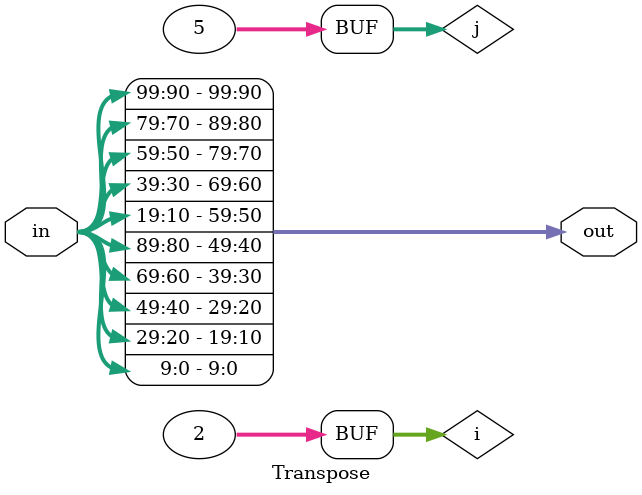
<source format=v>
`timescale 1ns / 1ps

module Transpose#(parameter N=10,size=10,GS=2)(
        input [N*size-1:0] in,
        output reg [N*size-1:0] out
    );
    integer i,j;
    always@(in)
    begin
    for (i=0;i<GS;i=i+1) begin
        for(j=0;j<N/GS;j=j+1)begin    
            out[(i*N/GS+j)*size+:size]=in[(j*GS+i)*size+:size];
    end
    end
    end
endmodule

</source>
